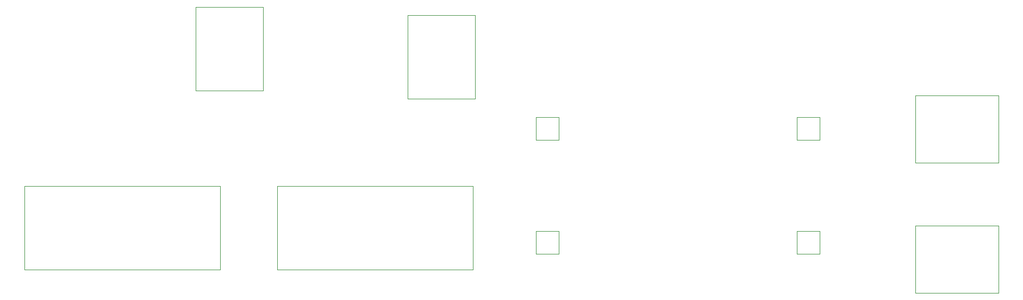
<source format=gbr>
G04 #@! TF.GenerationSoftware,KiCad,Pcbnew,(5.1.5)-1*
G04 #@! TF.CreationDate,2020-02-15T15:22:27-05:00*
G04 #@! TF.ProjectId,potencia,706f7465-6e63-4696-912e-6b696361645f,rev?*
G04 #@! TF.SameCoordinates,Original*
G04 #@! TF.FileFunction,Other,User*
%FSLAX46Y46*%
G04 Gerber Fmt 4.6, Leading zero omitted, Abs format (unit mm)*
G04 Created by KiCad (PCBNEW (5.1.5)-1) date 2020-02-15 15:22:27*
%MOMM*%
%LPD*%
G04 APERTURE LIST*
%ADD10C,0.050000*%
G04 APERTURE END LIST*
D10*
X86150000Y-67410000D02*
X96650000Y-67410000D01*
X96650000Y-67410000D02*
X96650000Y-80410000D01*
X86150000Y-80410000D02*
X96650000Y-80410000D01*
X86150000Y-67410000D02*
X86150000Y-80410000D01*
X59480000Y-95350000D02*
X89980000Y-95350000D01*
X89980000Y-95350000D02*
X89980000Y-108350000D01*
X59480000Y-108350000D02*
X89980000Y-108350000D01*
X59480000Y-95350000D02*
X59480000Y-108350000D01*
X98850000Y-95350000D02*
X98850000Y-108350000D01*
X98850000Y-108350000D02*
X129350000Y-108350000D01*
X129350000Y-95350000D02*
X129350000Y-108350000D01*
X98850000Y-95350000D02*
X129350000Y-95350000D01*
X119170000Y-68680000D02*
X129670000Y-68680000D01*
X129670000Y-68680000D02*
X129670000Y-81680000D01*
X119170000Y-81680000D02*
X129670000Y-81680000D01*
X119170000Y-68680000D02*
X119170000Y-81680000D01*
X139170000Y-84560000D02*
X142720000Y-84560000D01*
X142720000Y-84560000D02*
X142720000Y-88110000D01*
X142720000Y-88110000D02*
X139170000Y-88110000D01*
X139170000Y-88110000D02*
X139170000Y-84560000D01*
X139170000Y-105890000D02*
X139170000Y-102340000D01*
X142720000Y-105890000D02*
X139170000Y-105890000D01*
X142720000Y-102340000D02*
X142720000Y-105890000D01*
X139170000Y-102340000D02*
X142720000Y-102340000D01*
X179810000Y-102340000D02*
X183360000Y-102340000D01*
X183360000Y-102340000D02*
X183360000Y-105890000D01*
X183360000Y-105890000D02*
X179810000Y-105890000D01*
X179810000Y-105890000D02*
X179810000Y-102340000D01*
X179810000Y-88110000D02*
X179810000Y-84560000D01*
X183360000Y-88110000D02*
X179810000Y-88110000D01*
X183360000Y-84560000D02*
X183360000Y-88110000D01*
X179810000Y-84560000D02*
X183360000Y-84560000D01*
X198220000Y-91650000D02*
X211220000Y-91650000D01*
X211220000Y-91650000D02*
X211220000Y-81150000D01*
X198220000Y-81150000D02*
X211220000Y-81150000D01*
X198220000Y-91650000D02*
X198220000Y-81150000D01*
X198220000Y-111970000D02*
X211220000Y-111970000D01*
X211220000Y-111970000D02*
X211220000Y-101470000D01*
X198220000Y-101470000D02*
X211220000Y-101470000D01*
X198220000Y-111970000D02*
X198220000Y-101470000D01*
M02*

</source>
